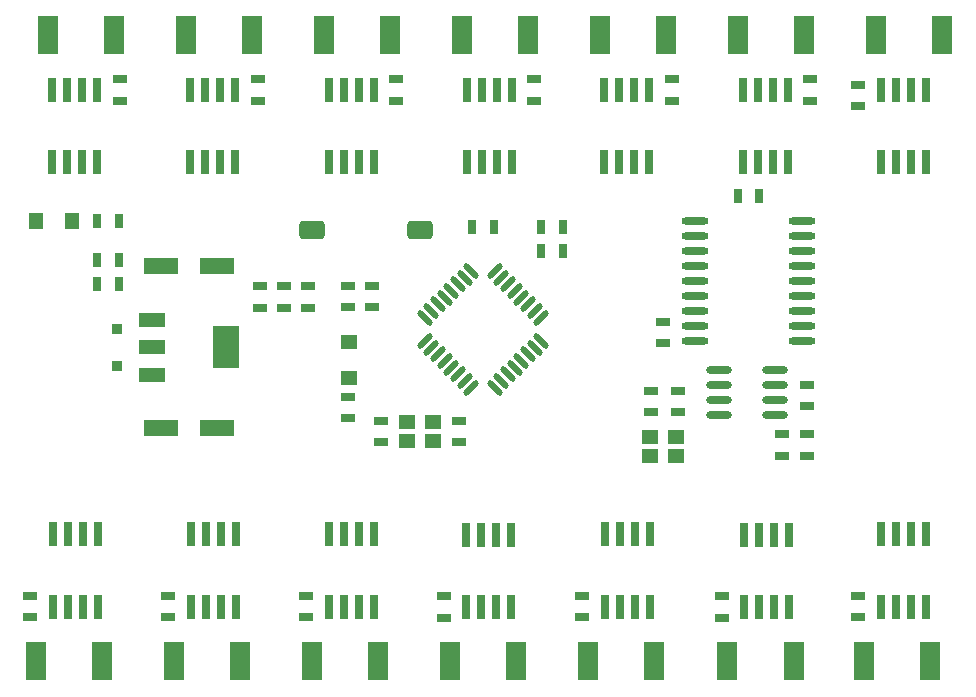
<source format=gtp>
G04 Layer_Color=8421504*
%FSLAX25Y25*%
%MOIN*%
G70*
G01*
G75*
%ADD10R,0.02600X0.08000*%
%ADD11R,0.08800X0.04800*%
%ADD12R,0.08661X0.14173*%
%ADD13R,0.05512X0.04724*%
%ADD14R,0.05512X0.04724*%
%ADD15R,0.11811X0.05512*%
%ADD16R,0.03150X0.04724*%
%ADD17R,0.04724X0.03150*%
G04:AMPARAMS|DCode=18|XSize=62.99mil|YSize=86.22mil|CornerRadius=15.75mil|HoleSize=0mil|Usage=FLASHONLY|Rotation=90.000|XOffset=0mil|YOffset=0mil|HoleType=Round|Shape=RoundedRectangle|*
%AMROUNDEDRECTD18*
21,1,0.06299,0.05472,0,0,90.0*
21,1,0.03150,0.08622,0,0,90.0*
1,1,0.03150,0.02736,0.01575*
1,1,0.03150,0.02736,-0.01575*
1,1,0.03150,-0.02736,-0.01575*
1,1,0.03150,-0.02736,0.01575*
%
%ADD18ROUNDEDRECTD18*%
%ADD19O,0.08661X0.02362*%
%ADD20O,0.09055X0.02362*%
%ADD21R,0.04724X0.05512*%
%ADD22R,0.07087X0.12598*%
G04:AMPARAMS|DCode=23|XSize=21.65mil|YSize=64.96mil|CornerRadius=0mil|HoleSize=0mil|Usage=FLASHONLY|Rotation=135.000|XOffset=0mil|YOffset=0mil|HoleType=Round|Shape=Round|*
%AMOVALD23*
21,1,0.04331,0.02165,0.00000,0.00000,225.0*
1,1,0.02165,0.01531,0.01531*
1,1,0.02165,-0.01531,-0.01531*
%
%ADD23OVALD23*%

G04:AMPARAMS|DCode=24|XSize=21.65mil|YSize=64.96mil|CornerRadius=0mil|HoleSize=0mil|Usage=FLASHONLY|Rotation=45.000|XOffset=0mil|YOffset=0mil|HoleType=Round|Shape=Round|*
%AMOVALD24*
21,1,0.04331,0.02165,0.00000,0.00000,135.0*
1,1,0.02165,0.01531,-0.01531*
1,1,0.02165,-0.01531,0.01531*
%
%ADD24OVALD24*%

%ADD25R,0.03740X0.03543*%
D10*
X49476Y199700D02*
D03*
Y223900D02*
D03*
X54476Y199700D02*
D03*
X59476D02*
D03*
X54476Y223900D02*
D03*
X59476D02*
D03*
X64476Y199700D02*
D03*
Y223900D02*
D03*
X95476Y199700D02*
D03*
Y223900D02*
D03*
X100476Y199700D02*
D03*
X105476D02*
D03*
X100476Y223900D02*
D03*
X105476D02*
D03*
X110476Y199700D02*
D03*
Y223900D02*
D03*
X141524Y199700D02*
D03*
Y223900D02*
D03*
X146524Y199700D02*
D03*
X151524D02*
D03*
X146524Y223900D02*
D03*
X151524D02*
D03*
X156524Y199700D02*
D03*
Y223900D02*
D03*
X187524Y199700D02*
D03*
Y223900D02*
D03*
X192524Y199700D02*
D03*
X197524D02*
D03*
X192524Y223900D02*
D03*
X197524D02*
D03*
X202524Y199700D02*
D03*
Y223900D02*
D03*
X233476Y199700D02*
D03*
Y223900D02*
D03*
X238476Y199700D02*
D03*
X243476D02*
D03*
X238476Y223900D02*
D03*
X243476D02*
D03*
X248476Y199700D02*
D03*
Y223900D02*
D03*
X279524Y199700D02*
D03*
Y223900D02*
D03*
X284524Y199700D02*
D03*
X289524D02*
D03*
X284524Y223900D02*
D03*
X289524D02*
D03*
X294524Y199700D02*
D03*
Y223900D02*
D03*
X325524Y199700D02*
D03*
Y223900D02*
D03*
X330524Y199700D02*
D03*
X335524D02*
D03*
X330524Y223900D02*
D03*
X335524D02*
D03*
X340524Y199700D02*
D03*
Y223900D02*
D03*
X64600Y75700D02*
D03*
Y51500D02*
D03*
X59600Y75700D02*
D03*
X54600D02*
D03*
X59600Y51500D02*
D03*
X54600D02*
D03*
X49600Y75700D02*
D03*
Y51500D02*
D03*
X110600Y75700D02*
D03*
Y51500D02*
D03*
X105600Y75700D02*
D03*
X100600D02*
D03*
X105600Y51500D02*
D03*
X100600D02*
D03*
X95600Y75700D02*
D03*
Y51500D02*
D03*
X156500Y75800D02*
D03*
Y51600D02*
D03*
X151500Y75800D02*
D03*
X146500D02*
D03*
X151500Y51600D02*
D03*
X146500D02*
D03*
X141500Y75800D02*
D03*
Y51600D02*
D03*
X202400Y75600D02*
D03*
Y51400D02*
D03*
X197400Y75600D02*
D03*
X192400D02*
D03*
X197400Y51400D02*
D03*
X192400D02*
D03*
X187400Y75600D02*
D03*
Y51400D02*
D03*
X248500Y75700D02*
D03*
Y51500D02*
D03*
X243500Y75700D02*
D03*
X238500D02*
D03*
X243500Y51500D02*
D03*
X238500D02*
D03*
X233500Y75700D02*
D03*
Y51500D02*
D03*
X295000Y75600D02*
D03*
Y51400D02*
D03*
X290000Y75600D02*
D03*
X285000D02*
D03*
X290000Y51400D02*
D03*
X285000D02*
D03*
X280000Y75600D02*
D03*
Y51400D02*
D03*
X340600Y75700D02*
D03*
Y51500D02*
D03*
X335600Y75700D02*
D03*
X330600D02*
D03*
X335600Y51500D02*
D03*
X330600D02*
D03*
X325600Y75700D02*
D03*
Y51500D02*
D03*
D11*
X82800Y147100D02*
D03*
Y128900D02*
D03*
Y138000D02*
D03*
D12*
X107201D02*
D03*
D13*
X167669Y106850D02*
D03*
Y113150D02*
D03*
X176331Y106850D02*
D03*
Y113150D02*
D03*
X248669Y101850D02*
D03*
Y108150D02*
D03*
X257331Y101850D02*
D03*
Y108150D02*
D03*
D14*
X148244Y139725D02*
D03*
Y127913D02*
D03*
D15*
X104449Y111000D02*
D03*
X85551D02*
D03*
X104449Y165000D02*
D03*
X85551D02*
D03*
D16*
X71543Y167000D02*
D03*
X64457D02*
D03*
X71543Y159000D02*
D03*
X64457D02*
D03*
X189457Y178000D02*
D03*
X196543D02*
D03*
X219543D02*
D03*
X212457D02*
D03*
X285043Y188500D02*
D03*
X277957D02*
D03*
X71543Y180000D02*
D03*
X64457D02*
D03*
X212457Y170000D02*
D03*
X219543D02*
D03*
D17*
X148000Y114457D02*
D03*
Y121543D02*
D03*
X156000Y158543D02*
D03*
Y151457D02*
D03*
X148000Y158543D02*
D03*
Y151457D02*
D03*
X185000Y106457D02*
D03*
Y113543D02*
D03*
X159000D02*
D03*
Y106457D02*
D03*
X253000Y139457D02*
D03*
Y146543D02*
D03*
X301000Y101957D02*
D03*
Y109043D02*
D03*
X134638Y151276D02*
D03*
Y158362D02*
D03*
X126638Y151276D02*
D03*
Y158362D02*
D03*
X118638Y151276D02*
D03*
Y158362D02*
D03*
X71976Y220257D02*
D03*
Y227343D02*
D03*
X117976Y220257D02*
D03*
Y227343D02*
D03*
X164024Y220257D02*
D03*
Y227343D02*
D03*
X210024Y220257D02*
D03*
Y227343D02*
D03*
X255976Y220257D02*
D03*
Y227343D02*
D03*
X302024Y220257D02*
D03*
Y227343D02*
D03*
X318000Y218457D02*
D03*
Y225543D02*
D03*
X42100Y55143D02*
D03*
Y48057D02*
D03*
X88100Y55143D02*
D03*
Y48057D02*
D03*
X134000Y55243D02*
D03*
Y48157D02*
D03*
X179900Y55043D02*
D03*
Y47957D02*
D03*
X226000Y55143D02*
D03*
Y48057D02*
D03*
X272500Y55043D02*
D03*
Y47957D02*
D03*
X318100Y55143D02*
D03*
Y48057D02*
D03*
X301000Y125543D02*
D03*
Y118457D02*
D03*
X258000Y123543D02*
D03*
Y116457D02*
D03*
X249000Y123543D02*
D03*
Y116457D02*
D03*
X292500Y101957D02*
D03*
Y109043D02*
D03*
D18*
X172091Y177000D02*
D03*
X135909D02*
D03*
D19*
X271551Y130500D02*
D03*
Y125500D02*
D03*
Y120500D02*
D03*
Y115500D02*
D03*
X290449Y130500D02*
D03*
Y125500D02*
D03*
Y120500D02*
D03*
Y115500D02*
D03*
D20*
X299413Y140000D02*
D03*
Y145000D02*
D03*
Y150000D02*
D03*
Y155000D02*
D03*
Y160000D02*
D03*
Y165000D02*
D03*
Y170000D02*
D03*
Y175000D02*
D03*
Y180000D02*
D03*
X263587Y140000D02*
D03*
Y145000D02*
D03*
Y150000D02*
D03*
Y155000D02*
D03*
Y160000D02*
D03*
Y165000D02*
D03*
Y170000D02*
D03*
Y175000D02*
D03*
Y180000D02*
D03*
D21*
X44094D02*
D03*
X55906D02*
D03*
D22*
X47952Y242000D02*
D03*
X70000D02*
D03*
X93952D02*
D03*
X116000D02*
D03*
X140000D02*
D03*
X162048D02*
D03*
X186000D02*
D03*
X208048D02*
D03*
X231952D02*
D03*
X254000D02*
D03*
X278000D02*
D03*
X300048D02*
D03*
X324000D02*
D03*
X346048D02*
D03*
X66124Y33400D02*
D03*
X44076D02*
D03*
X112124D02*
D03*
X90076D02*
D03*
X158024Y33500D02*
D03*
X135976D02*
D03*
X203924Y33300D02*
D03*
X181876D02*
D03*
X250024Y33400D02*
D03*
X227976D02*
D03*
X296524Y33300D02*
D03*
X274476D02*
D03*
X342124Y33400D02*
D03*
X320076D02*
D03*
D23*
X173513Y140103D02*
D03*
X175740Y137875D02*
D03*
X177967Y135648D02*
D03*
X180194Y133421D02*
D03*
X182421Y131194D02*
D03*
X184648Y128967D02*
D03*
X186875Y126740D02*
D03*
X189103Y124513D02*
D03*
X212487Y147897D02*
D03*
X210260Y150125D02*
D03*
X208033Y152352D02*
D03*
X205806Y154579D02*
D03*
X203579Y156806D02*
D03*
X201352Y159033D02*
D03*
X199125Y161260D02*
D03*
X196897Y163487D02*
D03*
D24*
Y124513D02*
D03*
X199125Y126740D02*
D03*
X201352Y128967D02*
D03*
X203579Y131194D02*
D03*
X205806Y133421D02*
D03*
X208033Y135648D02*
D03*
X210260Y137875D02*
D03*
X212487Y140103D02*
D03*
X189103Y163487D02*
D03*
X186875Y161260D02*
D03*
X184648Y159033D02*
D03*
X182421Y156806D02*
D03*
X180194Y154579D02*
D03*
X177967Y152352D02*
D03*
X175740Y150125D02*
D03*
X173513Y147897D02*
D03*
D25*
X71000Y131799D02*
D03*
Y144201D02*
D03*
M02*

</source>
